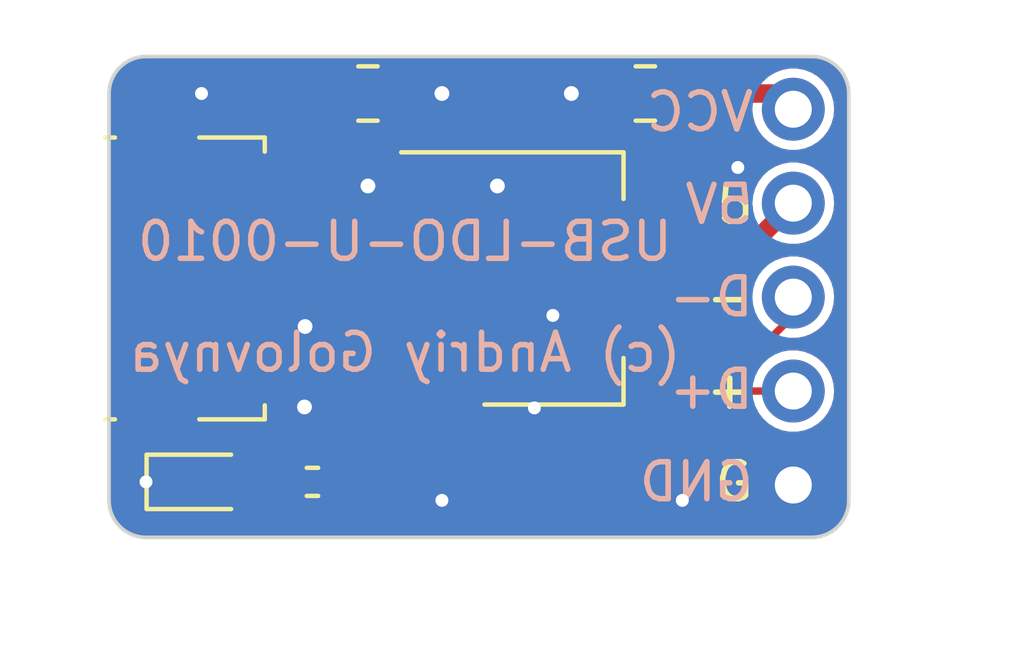
<source format=kicad_pcb>
(kicad_pcb (version 20221018) (generator pcbnew)
  (title_block (title "USB-LDO-U-0010") (date "2024-01-31") (rev "1.0") (company "(c) Andriy Golovnya"))
  (layers (0 "F.Cu" signal) (31 "B.Cu" signal) (34 "B.Paste" user) (35 "F.Paste" user) (36 "B.SilkS" user "B.Silkscreen") (37 "F.SilkS" user "F.Silkscreen") (38 "B.Mask" user) (39 "F.Mask" user) (44 "Edge.Cuts" user))
  (net 0 "")
  (net 1 "VBUS")
  (net 2 "GND")
  (net 3 "VCC")
  (net 4 "Net-(D1-A)")
  (net 7 "/D-")
  (net 8 "/D+")
  (footprint "Capacitor_SMD:C_0805_2012Metric" (layer "F.Cu") (at 164.5 94.5 180)
    (fp_text reference "C2" hide)
    (fp_text value "4.7uF")
    (fp_line (start -0.261252 -0.735) (end 0.261252 -0.735) (stroke (width 0.12)) (layer "F.SilkS"))
    (fp_line (start -0.261252 0.735) (end 0.261252 0.735) (stroke (width 0.12)) (layer "F.SilkS"))
    (pad "1" smd roundrect (at -0.95 0 180) (size 1 1.45) (layers "F.Cu" "F.Paste" "F.Mask") (net 3 "VCC"))
    (pad "2" smd roundrect (at 0.95 0 180) (size 1 1.45) (layers "F.Cu" "F.Paste" "F.Mask") (net 2 "GND"))
  )
  (footprint "Resistor_SMD:R_0402_1005Metric" (layer "F.Cu") (at 155.5 105 180)
    (fp_text reference "R1" hide)
    (fp_text value "1k")
    (fp_line (start -0.153641 -0.38) (end 0.153641 -0.38) (stroke (width 0.12)) (layer "F.SilkS"))
    (fp_line (start -0.153641 0.38) (end 0.153641 0.38) (stroke (width 0.12)) (layer "F.SilkS"))
    (pad "1" smd roundrect (at -0.51 0 180) (size 0.54 0.64) (layers "F.Cu" "F.Paste" "F.Mask") (net 1 "VBUS"))
    (pad "2" smd roundrect (at 0.51 0 180) (size 0.54 0.64) (layers "F.Cu" "F.Paste" "F.Mask") (net 4 "Net-(D1-A)"))
  )
  (footprint "Capacitor_SMD:C_0805_2012Metric" (layer "F.Cu") (at 157 94.5)
    (fp_text reference "C1" hide)
    (fp_text value "4.7uF")
    (fp_line (start -0.261252 -0.735) (end 0.261252 -0.735) (stroke (width 0.12)) (layer "F.SilkS"))
    (fp_line (start -0.261252 0.735) (end 0.261252 0.735) (stroke (width 0.12)) (layer "F.SilkS"))
    (pad "1" smd roundrect (at -0.95 0) (size 1 1.45) (layers "F.Cu" "F.Paste" "F.Mask") (net 1 "VBUS"))
    (pad "2" smd roundrect (at 0.95 0) (size 1 1.45) (layers "F.Cu" "F.Paste" "F.Mask") (net 2 "GND"))
  )
  (footprint "Connector_PinHeader_2.54mm:PinHeader_1x05_P2.54mm_Vertical" (layer "F.Cu") (at 168.5 94.925)
    (fp_text reference "J2" hide)
    (fp_text value "Conn_01x05_Pin")
    (pad "1" thru_hole oval (at 0 0) (size 1.7 1.7) (drill 1) (layers "*.Cu" "*.Mask") (net 3 "VCC"))
    (pad "2" thru_hole oval (at 0 2.54) (size 1.7 1.7) (drill 1) (layers "*.Cu" "*.Mask") (net 1 "VBUS"))
    (pad "3" thru_hole oval (at 0 5.08) (size 1.7 1.7) (drill 1) (layers "*.Cu" "*.Mask") (net 7 "/D-"))
    (pad "4" thru_hole oval (at 0 7.62) (size 1.7 1.7) (drill 1) (layers "*.Cu" "*.Mask") (net 8 "/D+"))
    (pad "5" thru_hole oval (at 0 10.16) (size 1.7 1.7) (drill 1) (layers "*.Cu" "*.Mask") (net 2 "GND"))
  )
  (footprint "LED_SMD:LED_0603_1608Metric" (layer "F.Cu") (at 152.5 105)
    (fp_text reference "D1" hide)
    (fp_text value "RED")
    (fp_line (start -1.485 -0.735) (end -1.485 0.735) (stroke (width 0.12)) (layer "F.SilkS"))
    (fp_line (start -1.485 0.735) (end 0.8 0.735) (stroke (width 0.12)) (layer "F.SilkS"))
    (fp_line (start 0.8 -0.735) (end -1.485 -0.735) (stroke (width 0.12)) (layer "F.SilkS"))
    (pad "1" smd roundrect (at -0.7875 0) (size 0.875 0.95) (layers "F.Cu" "F.Paste" "F.Mask") (net 2 "GND"))
    (pad "2" smd roundrect (at 0.7875 0) (size 0.875 0.95) (layers "F.Cu" "F.Paste" "F.Mask") (net 4 "Net-(D1-A)"))
  )
  (footprint "Package_TO_SOT_SMD:SOT-223-3_TabPin2" (layer "F.Cu") (at 162 99.5)
    (fp_text reference "U1" hide)
    (fp_text value "AMS1117-3.3")
    (fp_line (start -4.1 -3.41) (end 1.91 -3.41) (stroke (width 0.12)) (layer "F.SilkS"))
    (fp_line (start -1.85 3.41) (end 1.91 3.41) (stroke (width 0.12)) (layer "F.SilkS"))
    (fp_line (start 1.91 -3.41) (end 1.91 -2.15) (stroke (width 0.12)) (layer "F.SilkS"))
    (fp_line (start 1.91 3.41) (end 1.91 2.15) (stroke (width 0.12)) (layer "F.SilkS"))
    (pad "1" smd rect (at -3.15 -2.3) (size 2 1.5) (layers "F.Cu" "F.Paste" "F.Mask") (net 2 "GND"))
    (pad "2" smd rect (at -3.15 0) (size 2 1.5) (layers "F.Cu" "F.Paste" "F.Mask") (net 3 "VCC"))
    (pad "2" smd rect (at 3.15 0) (size 2 3.8) (layers "F.Cu" "F.Paste" "F.Mask") (net 3 "VCC"))
    (pad "3" smd rect (at -3.15 2.3) (size 2 1.5) (layers "F.Cu" "F.Paste" "F.Mask") (net 1 "VBUS"))
  )
  (footprint "Connector_USB:USB_Micro-B_Molex_47346-0001" (layer "F.Cu") (at 152.5 99.5 -90)
    (fp_text reference "J1" hide)
    (fp_text value "USB_B_Micro")
    (fp_line (start -3.81 -1.71) (end -3.43 -1.71) (stroke (width 0.12)) (layer "F.SilkS"))
    (fp_line (start -3.81 0.06) (end -3.81 -1.71) (stroke (width 0.12)) (layer "F.SilkS"))
    (fp_line (start -3.81 2.6) (end -3.81 2.34) (stroke (width 0.12)) (layer "F.SilkS"))
    (fp_line (start 3.81 -1.71) (end 3.43 -1.71) (stroke (width 0.12)) (layer "F.SilkS"))
    (fp_line (start 3.81 -1.71) (end 3.81 0.06) (stroke (width 0.12)) (layer "F.SilkS"))
    (fp_line (start 3.81 2.34) (end 3.81 2.6) (stroke (width 0.12)) (layer "F.SilkS"))
    (pad "1" smd rect (at -1.3 -1.46 270) (size 0.45 1.38) (layers "F.Cu" "F.Paste" "F.Mask") (net 1 "VBUS"))
    (pad "2" smd rect (at -0.65 -1.46 270) (size 0.45 1.38) (layers "F.Cu" "F.Paste" "F.Mask") (net 7 "/D-"))
    (pad "3" smd rect (at 0 -1.46 270) (size 0.45 1.38) (layers "F.Cu" "F.Paste" "F.Mask") (net 8 "/D+"))
    (pad "4" smd rect (at 0.65 -1.46 270) (size 0.45 1.38) (layers "F.Cu" "F.Paste" "F.Mask"))
    (pad "5" smd rect (at 1.3 -1.46 270) (size 0.45 1.38) (layers "F.Cu" "F.Paste" "F.Mask") (net 2 "GND"))
    (pad "6" smd rect (at -3.375 1.2 270) (size 1.65 1.3) (layers "F.Cu" "F.Paste" "F.Mask"))
    (pad "6" smd rect (at -2.4875 -1.375 270) (size 1.425 1.55) (layers "F.Cu" "F.Paste" "F.Mask"))
    (pad "6" smd rect (at -1.15 1.2 270) (size 1.8 1.9) (layers "F.Cu" "F.Paste" "F.Mask"))
    (pad "6" smd rect (at 1.55 1.2 270) (size 1 1.9) (layers "F.Cu" "F.Paste" "F.Mask"))
    (pad "6" smd rect (at 2.4875 -1.375 270) (size 1.425 1.55) (layers "F.Cu" "F.Paste" "F.Mask"))
    (pad "6" smd rect (at 3.375 1.2 270) (size 1.65 1.3) (layers "F.Cu" "F.Paste" "F.Mask"))
  )
  (gr_line (start 170 105.5) (end 170 94.5) (stroke (width 0.1)) (layer "Edge.Cuts"))
  (gr_line (start 169 106.5) (end 151 106.5) (stroke (width 0.1)) (layer "Edge.Cuts"))
  (gr_arc (start 150 94.5) (mid 150.292893 93.792893) (end 151 93.5) (stroke (width 0.1)) (layer "Edge.Cuts"))
  (gr_arc (start 151 106.5) (mid 150.292893 106.207107) (end 150 105.5) (stroke (width 0.1)) (layer "Edge.Cuts"))
  (gr_arc (start 169 93.5) (mid 169.707107 93.792893) (end 170 94.5) (stroke (width 0.1)) (layer "Edge.Cuts"))
  (gr_line (start 150 105.5) (end 150 94.5) (stroke (width 0.1)) (layer "Edge.Cuts"))
  (gr_line (start 169 93.5) (end 151 93.5) (stroke (width 0.1)) (layer "Edge.Cuts"))
  (gr_arc (start 170 105.5) (mid 169.707107 106.207107) (end 169 106.5) (stroke (width 0.1)) (layer "Edge.Cuts"))
  (gr_text "${TITLE}" (at 158 98.5) (layer "B.SilkS") (effects (font (size 1 1)) (justify mirror)))
  (gr_text "D-" (at 167.5 100) (layer "B.SilkS") (effects (font (size 1 1)) (justify left mirror)))
  (gr_text "GND" (at 167.5 105) (layer "B.SilkS") (effects (font (size 1 1)) (justify left mirror)))
  (gr_text "D+" (at 167.5 102.5) (layer "B.SilkS") (effects (font (size 1 1)) (justify left mirror)))
  (gr_text "VCC" (at 167.5 95) (layer "B.SilkS") (effects (font (size 1 1)) (justify left mirror)))
  (gr_text "5V" (at 167.5 97.5) (layer "B.SilkS") (effects (font (size 1 1)) (justify left mirror)))
  (gr_text "${COMPANY}" (at 158 101.5) (layer "B.SilkS") (effects (font (size 1 1)) (justify mirror)))
  (gr_text "V" (at 167.5 95) (layer "F.SilkS") (effects (font (size 1 1)) (justify right)))
  (gr_text "+" (at 167.5 102.5) (layer "F.SilkS") (effects (font (size 1 1)) (justify right)))
  (gr_text "5" (at 167.5 97.5) (layer "F.SilkS") (effects (font (size 1 1)) (justify right)))
  (gr_text "-" (at 167.5 100) (layer "F.SilkS") (effects (font (size 1 1)) (justify right)))
  (gr_text "G" (at 167.5 105) (layer "F.SilkS") (effects (font (size 1 1)) (justify right)))
  (segment (start 157.4 100.6) (end 157.4 99.465293) (width 0.5) (layer "F.Cu") (net 1))
  (segment (start 166.80029 101.424392) (end 166.80029 99.16471) (width 0.5) (layer "F.Cu") (net 1))
  (segment (start 156.05 98.115293) (end 156.05 98.05) (width 0.5) (layer "F.Cu") (net 1))
  (segment (start 156.05 98.05) (end 156.05 97.35) (width 0.5) (layer "F.Cu") (net 1))
  (segment (start 166.374682 101.85) (end 166.80029 101.424392) (width 0.5) (layer "F.Cu") (net 1))
  (segment (start 158.85 101.8) (end 158.6 101.8) (width 0.5) (layer "F.Cu") (net 1))
  (segment (start 158.9 101.85) (end 166.374682 101.85) (width 0.5) (layer "F.Cu") (net 1))
  (segment (start 166.80029 99.16471) (end 168.5 97.465) (width 0.5) (layer "F.Cu") (net 1))
  (segment (start 157.4 99.465293) (end 156.05 98.115293) (width 0.5) (layer "F.Cu") (net 1))
  (segment (start 156.05 98.05) (end 155.9 98.2) (width 0.5) (layer "F.Cu") (net 1))
  (segment (start 156.05 94.5) (end 156.05 97.35) (width 0.5) (layer "F.Cu") (net 1))
  (segment (start 158.85 101.8) (end 158.9 101.85) (width 0.5) (layer "F.Cu") (net 1))
  (segment (start 155.9 98.2) (end 155.2 98.2) (width 0.5) (layer "F.Cu") (net 1))
  (segment (start 152.8 103.3) (end 152.8 98.67) (width 0.2) (layer "F.Cu") (net 1))
  (segment (start 158.6 101.8) (end 157.4 100.6) (width 0.5) (layer "F.Cu") (net 1))
  (segment (start 155.01 104) (end 153.5 104) (width 0.2) (layer "F.Cu") (net 1))
  (segment (start 153.96 98.2) (end 155.2 98.2) (width 0.45) (layer "F.Cu") (net 1))
  (segment (start 153.5 104) (end 152.8 103.3) (width 0.2) (layer "F.Cu") (net 1))
  (segment (start 152.8 98.67) (end 153.27 98.2) (width 0.2) (layer "F.Cu") (net 1))
  (segment (start 156.01 105) (end 155.01 104) (width 0.2) (layer "F.Cu") (net 1))
  (segment (start 153.27 98.2) (end 153.96 98.2) (width 0.2) (layer "F.Cu") (net 1))
  (segment (start 155.3 100.8) (end 153.96 100.8) (width 0.45) (layer "F.Cu") (net 2))
  (via (at 162 100.5) (size 0.7) (drill 0.35) (layers "F.Cu" "B.Cu") (net 2))
  (via (at 155.3 100.8) (size 0.8) (drill 0.4) (layers "F.Cu" "B.Cu") (net 2))
  (via (at 159 105.5) (size 0.7) (drill 0.35) (layers "F.Cu" "B.Cu") (net 2))
  (via (at 159 94.5) (size 0.8) (drill 0.4) (layers "F.Cu" "B.Cu") (net 2))
  (via (at 152.5 94.5) (size 0.7) (drill 0.35) (layers "F.Cu" "B.Cu") (net 2))
  (via (at 160.5 97) (size 0.8) (drill 0.4) (layers "F.Cu" "B.Cu") (net 2))
  (via (at 157 97) (size 0.8) (drill 0.4) (layers "F.Cu" "B.Cu") (net 2))
  (via (at 161.5 103) (size 0.7) (drill 0.35) (layers "F.Cu" "B.Cu") (net 2))
  (via (at 151 105) (size 0.7) (drill 0.35) (layers "F.Cu" "B.Cu") (net 2))
  (via (at 167 96.5) (size 0.7) (drill 0.35) (layers "F.Cu" "B.Cu") (net 2))
  (via (at 155.283997 102.975318) (size 0.8) (drill 0.4) (layers "F.Cu" "B.Cu") (net 2))
  (via (at 165.5 105.5) (size 0.7) (drill 0.35) (layers "F.Cu" "B.Cu") (net 2))
  (via (at 162.5 94.5) (size 0.8) (drill 0.4) (layers "F.Cu" "B.Cu") (net 2))
  (segment (start 158.85 99.8) (end 158.9 99.85) (width 0.5) (layer "F.Cu") (net 3))
  (segment (start 158.85 99.5) (end 165.15 99.5) (width 0.5) (layer "F.Cu") (net 3))
  (segment (start 165.45 94.5) (end 168.075 94.5) (width 0.5) (layer "F.Cu") (net 3))
  (segment (start 165.15 94.8) (end 165.45 94.5) (width 0.5) (layer "F.Cu") (net 3))
  (segment (start 168.075 94.5) (end 168.5 94.925) (width 0.5) (layer "F.Cu") (net 3))
  (segment (start 165.15 99.5) (end 165.15 94.8) (width 0.5) (layer "F.Cu") (net 3))
  (segment (start 153.2875 105) (end 154.99 105) (width 0.2) (layer "F.Cu") (net 4))
  (segment (start 155.446279 99.1) (end 156.680593 100.334315) (width 0.2) (layer "F.Cu") (net 7))
  (segment (start 168.5 100.5025) (end 168.5 100.005) (width 0.2) (layer "F.Cu") (net 7))
  (segment (start 156.680593 102.6023) (end 158.078293 104) (width 0.2) (layer "F.Cu") (net 7))
  (segment (start 154.825 98.975) (end 154.95 99.1) (width 0.2) (layer "F.Cu") (net 7))
  (segment (start 156.680593 100.334315) (end 156.680593 102.6023) (width 0.2) (layer "F.Cu") (net 7))
  (segment (start 158.078293 104) (end 165.0025 104) (width 0.2) (layer "F.Cu") (net 7))
  (segment (start 154.95 99.1) (end 155.446279 99.1) (width 0.2) (layer "F.Cu") (net 7))
  (segment (start 154.475 98.975) (end 154.825 98.975) (width 0.2) (layer "F.Cu") (net 7))
  (segment (start 165.0025 104) (end 168.5 100.5025) (width 0.2) (layer "F.Cu") (net 7))
  (segment (start 153.96 98.85) (end 154.35 98.85) (width 0.2) (layer "F.Cu") (net 7))
  (segment (start 154.35 98.85) (end 154.475 98.975) (width 0.2) (layer "F.Cu") (net 7))
  (segment (start 165.168186 104.4) (end 157.912608 104.4) (width 0.2) (layer "F.Cu") (net 8))
  (segment (start 166.534858 103.458359) (end 166.702979 103.62648) (width 0.2) (layer "F.Cu") (net 8))
  (segment (start 157.912608 104.4) (end 156.280593 102.767985) (width 0.2) (layer "F.Cu") (net 8))
  (segment (start 166.534093 103.458359) (end 166.534858 103.458359) (width 0.2) (layer "F.Cu") (net 8))
  (segment (start 156.280593 102.767985) (end 156.280593 100.5) (width 0.2) (layer "F.Cu") (net 8))
  (segment (start 165.685565 103.882624) (end 165.685564 103.882623) (width 0.2) (layer "F.Cu") (net 8))
  (segment (start 166.278715 104.050744) (end 166.276206 104.050744) (width 0.2) (layer "F.Cu") (net 8))
  (segment (start 167.023186 102.545) (end 166.534093 103.034093) (width 0.2) (layer "F.Cu") (net 8))
  (segment (start 155.280593 99.5) (end 153.96 99.5) (width 0.2) (layer "F.Cu") (net 8))
  (segment (start 168.5 102.545) (end 167.023186 102.545) (width 0.2) (layer "F.Cu") (net 8))
  (segment (start 165.685564 103.882623) (end 165.168186 104.4) (width 0.2) (layer "F.Cu") (net 8))
  (segment (start 156.280593 100.5) (end 155.280593 99.5) (width 0.2) (layer "F.Cu") (net 8))
  (segment (start 166.276206 104.050744) (end 166.075497 103.850035) (width 0.2) (layer "F.Cu") (net 8))
  (arc (start 166.075497 103.850035) (mid 165.874159 103.795681) (end 165.685565 103.882624) (width 0.2) (layer "F.Cu") (net 8))
  (arc (start 166.702979 103.62648) (mid 166.790847 103.838612) (end 166.702979 104.050744) (width 0.2) (layer "F.Cu") (net 8))
  (arc (start 166.534093 103.034093) (mid 166.446224 103.246227) (end 166.534093 103.458359) (width 0.2) (layer "F.Cu") (net 8))
  (arc (start 166.702979 104.050744) (mid 166.490847 104.138612) (end 166.278715 104.050744) (width 0.2) (layer "F.Cu") (net 8))
  (zone (net 2) (net_name "GND") (layers "F&B.Cu") (connect_pads yes (clearance 0.25)) (min_thickness 0.25) (fill yes (thermal_gap 0.5) (thermal_bridge_width 0.5))
    (polygon (pts (xy 150 93.5) (xy 150 110) (xy 170 110) (xy 170 93.5)))
  )
)
</source>
